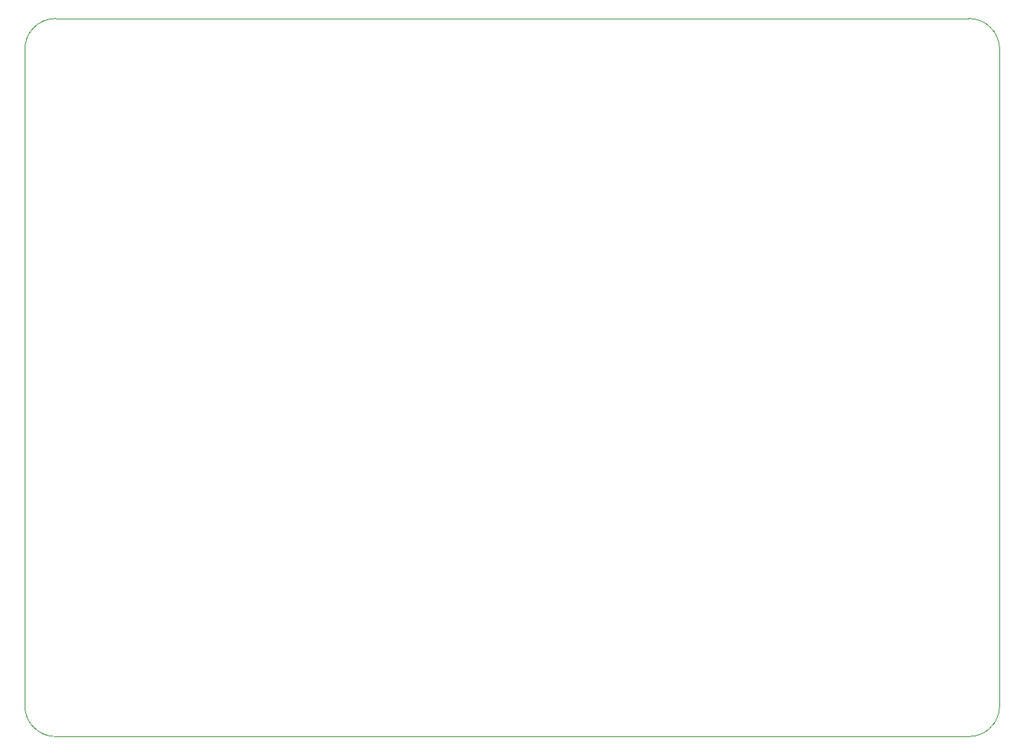
<source format=gm1>
G04*
G04 #@! TF.GenerationSoftware,Altium Limited,Altium Designer,20.0.13 (296)*
G04*
G04 Layer_Color=16711935*
%FSAX44Y44*%
%MOMM*%
G71*
G01*
G75*
%ADD11C,0.1000*%
D11*
X00000000Y00035000D02*
G03*
X00035000Y00000000I00035000J00000000D01*
G01*
X01070000D02*
G03*
X01105000Y00035000I00000000J00035000D01*
G01*
X01105000Y00780000D02*
G03*
X01070000Y00815000I-00035000J00000000D01*
G01*
X00035000Y00815000D02*
G03*
X00000000Y00780000I-00000000J-00035000D01*
G01*
X00035000Y00000000D02*
X01070000D01*
X01105000Y00035000D02*
Y00780000D01*
X00035000Y00815000D02*
X01070000Y00815000D01*
X-00000000Y00035000D02*
X00000000Y00780000D01*
M02*

</source>
